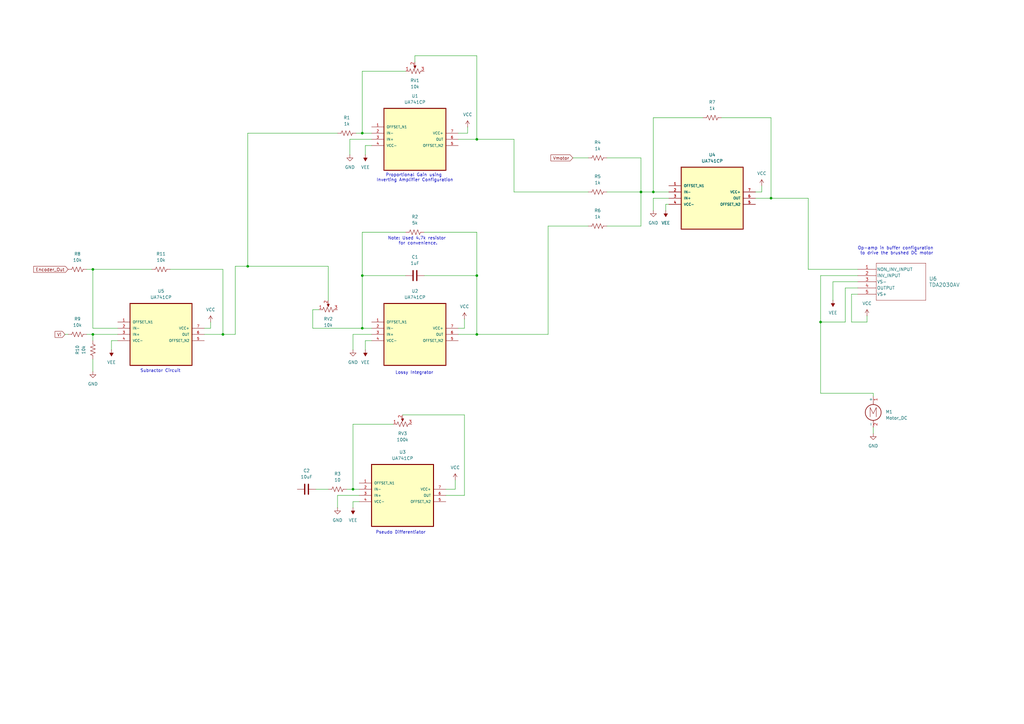
<source format=kicad_sch>
(kicad_sch (version 20231120) (generator "eeschema") (generator_version "8.0")
  (paper "A3")
  (lib_symbols
    (symbol "Device:C" (pin_numbers hide) (pin_names (offset 0.254))
      (property "Reference" "C" (at 0.635 2.54 0))
      (property "Value" "C" (at 0.635 -2.54 0))
      (symbol "C_0_1"
        (polyline (pts (xy -2.032 -0.762) (xy 2.032 -0.762)) (stroke (width 0.508)))
        (polyline (pts (xy -2.032 0.762) (xy 2.032 0.762)) (stroke (width 0.508)))
      )
      (symbol "C_1_1"
        (pin passive line (at 0 3.81 270) (length 2.794) (name "~") (number "1"))
        (pin passive line (at 0 -3.81 90) (length 2.794) (name "~") (number "2"))
      )
    )
    (symbol "Device:R_Potentiometer_US" (pin_names (offset 1.016) hide)
      (property "Reference" "RV" (at -4.445 0 90))
      (property "Value" "R_Potentiometer_US" (at -2.54 0 90))
      (symbol "R_Potentiometer_US_0_1"
        (polyline (pts (xy 0 -2.286) (xy 0 -2.54)))
        (polyline (pts (xy 0 2.54) (xy 0 2.286)))
        (polyline (pts (xy 2.54 0) (xy 1.524 0)))
        (polyline (pts (xy 1.143 0) (xy 2.286 0.508) (xy 2.286 -0.508) (xy 1.143 0)) (fill (type outline)))
        (polyline (pts (xy 0 -0.762) (xy 1.016 -1.143) (xy 0 -1.524) (xy -1.016 -1.905) (xy 0 -2.286)))
        (polyline (pts (xy 0 0.762) (xy 1.016 0.381) (xy 0 0) (xy -1.016 -0.381) (xy 0 -0.762)))
        (polyline (pts (xy 0 2.286) (xy 1.016 1.905) (xy 0 1.524) (xy -1.016 1.143) (xy 0 0.762)))
      )
      (symbol "R_Potentiometer_US_1_1"
        (pin passive line (at 0 3.81 270) (length 1.27) (name "1") (number "1"))
        (pin passive line (at 3.81 0 180) (length 1.27) (name "2") (number "2"))
        (pin passive line (at 0 -3.81 90) (length 1.27) (name "3") (number "3"))
      )
    )
    (symbol "Device:R_US" (pin_numbers hide) (pin_names (offset 0))
      (property "Reference" "R" (at 2.54 0 90))
      (property "Value" "R_US" (at -2.54 0 90))
      (symbol "R_US_0_1"
        (polyline (pts (xy 0 -2.286) (xy 0 -2.54)))
        (polyline (pts (xy 0 2.286) (xy 0 2.54)))
        (polyline (pts (xy 0 -0.762) (xy 1.016 -1.143) (xy 0 -1.524) (xy -1.016 -1.905) (xy 0 -2.286)))
        (polyline (pts (xy 0 0.762) (xy 1.016 0.381) (xy 0 0) (xy -1.016 -0.381) (xy 0 -0.762)))
        (polyline (pts (xy 0 2.286) (xy 1.016 1.905) (xy 0 1.524) (xy -1.016 1.143) (xy 0 0.762)))
      )
      (symbol "R_US_1_1"
        (pin passive line (at 0 3.81 270) (length 1.27) (name "~") (number "1"))
        (pin passive line (at 0 -3.81 90) (length 1.27) (name "~") (number "2"))
      )
    )
    (symbol "Motor:Motor_DC" (pin_names (offset 0))
      (property "Reference" "M" (at 2.54 2.54 0))
      (property "Value" "Motor_DC" (at 2.54 -5.08 0))
      (symbol "Motor_DC_0_0"
        (polyline (pts (xy -1.27 -3.302) (xy -1.27 0.508) (xy 0 -2.032) (xy 1.27 0.508) (xy 1.27 -3.302)))
      )
      (symbol "Motor_DC_0_1"
        (circle (center 0 -1.524) (radius 3.2512) (stroke (width 0.254)))
        (polyline (pts (xy 0 -7.62) (xy 0 -7.112)))
        (polyline (pts (xy 0 -4.7752) (xy 0 -5.1816)))
        (polyline (pts (xy 0 1.7272) (xy 0 2.0828)))
        (polyline (pts (xy 0 2.032) (xy 0 2.54)))
      )
      (symbol "Motor_DC_1_1"
        (pin passive line (at 0 5.08 270) (length 2.54) (name "+") (number "1"))
        (pin passive line (at 0 -7.62 90) (length 2.54) (name "-") (number "2"))
      )
    )
    (symbol "Snapeda:TDA2030AV" (pin_names (offset 0.254))
      (property "Reference" "U" (at 33.02 10.16 0))
      (property "Value" "TDA2030AV" (at 33.02 7.62 0))
      (symbol "TDA2030AV_0_1"
        (polyline (pts (xy 21.59 -10.16) (xy 41.91 -10.16)) (stroke (width 0.127)))
        (polyline (pts (xy 21.59 5.08) (xy 21.59 -10.16)) (stroke (width 0.127)))
        (polyline (pts (xy 41.91 5.08) (xy 21.59 5.08)) (stroke (width 0.127)))
        (polyline (pts (xy 41.91 5.08) (xy 41.91 -10.16)) (stroke (width 0.127)))
        (pin input line (at 49.53 2.54 180) (length 7.62) (name "NON_INV_INPUT") (number "1"))
        (pin input line (at 49.53 0 180) (length 7.62) (name "INV_INPUT") (number "2"))
        (pin power_in line (at 49.53 -2.54 180) (length 7.62) (name "VS-") (number "3"))
        (pin output line (at 49.53 -5.08 180) (length 7.62) (name "OUTPUT") (number "4"))
        (pin power_in line (at 49.53 -7.62 180) (length 7.62) (name "VS+") (number "5"))
      )
    )
    (symbol "Snapeda:UA741CP" (pin_names (offset 1.016))
      (property "Reference" "U" (at -12.7 13.7 0))
      (property "Value" "UA741CP" (at -12.7 -16.7 0))
      (symbol "UA741CP_0_0"
        (rectangle (start -12.7 -12.7) (end 12.7 12.7) (stroke (width 0.41)) (fill (type background)))
        (pin input line (at -17.78 5.08 0) (length 5.08) (name "OFFSET_N1") (number "1"))
        (pin input line (at -17.78 2.54 0) (length 5.08) (name "IN-") (number "2"))
        (pin input line (at -17.78 0 0) (length 5.08) (name "IN+") (number "3"))
        (pin power_in line (at -17.78 -2.54 0) (length 5.08) (name "VCC-") (number "4"))
        (pin input line (at 17.78 -2.54 180) (length 5.08) (name "OFFSET_N2") (number "5"))
        (pin output line (at 17.78 0 180) (length 5.08) (name "OUT") (number "6"))
        (pin power_in line (at 17.78 2.54 180) (length 5.08) (name "VCC+") (number "7"))
      )
    )
    (symbol "power:GND" (power) (pin_numbers hide) (pin_names (offset 0) hide)
      (property "Value" "GND" (at 0 -3.81 0))
      (symbol "GND_0_1"
        (polyline (pts (xy 0 0) (xy 0 -1.27) (xy 1.27 -1.27) (xy 0 -2.54) (xy -1.27 -1.27) (xy 0 -1.27)))
      )
      (symbol "GND_1_1"
        (pin power_in line (at 0 0 270) (length 0) (name "~") (number "1"))
      )
    )
    (symbol "power:VCC" (power) (pin_numbers hide) (pin_names (offset 0) hide)
      (property "Value" "VCC" (at 0 3.556 0))
      (symbol "VCC_0_1"
        (polyline (pts (xy -0.762 1.27) (xy 0 2.54)))
        (polyline (pts (xy 0 0) (xy 0 2.54)))
        (polyline (pts (xy 0 2.54) (xy 0.762 1.27)))
      )
      (symbol "VCC_1_1"
        (pin power_in line (at 0 0 90) (length 0) (name "~") (number "1"))
      )
    )
    (symbol "power:VEE" (power) (pin_numbers hide) (pin_names (offset 0) hide)
      (property "Value" "VEE" (at 0 3.556 0))
      (symbol "VEE_0_1"
        (polyline (pts (xy 0 0) (xy 0 2.54)))
        (polyline (pts (xy 0.762 1.27) (xy -0.762 1.27) (xy 0 2.54) (xy 0.762 1.27)) (fill (type outline)))
      )
      (symbol "VEE_1_1"
        (pin power_in line (at 0 0 90) (length 0) (name "~") (number "1"))
      )
    )
  )
  (junction (at 195.58 137.16))
  (junction (at 148.59 113.03))
  (junction (at 148.59 54.61))
  (junction (at 101.6 109.22))
  (junction (at 148.59 134.62))
  (junction (at 91.44 137.16))
  (junction (at 267.97 78.74))
  (junction (at 38.1 137.16))
  (junction (at 316.23 81.28))
  (junction (at 195.58 113.03))
  (junction (at 336.55 132.08))
  (junction (at 38.1 110.49))
  (junction (at 144.78 200.66))
  (junction (at 262.89 78.74))
  (junction (at 195.58 57.15))
  (wire (pts (xy 341.63 123.19) (xy 341.63 115.57)))
  (wire (pts (xy 210.82 78.74) (xy 210.82 57.15)))
  (wire (pts (xy 173.99 95.25) (xy 195.58 95.25)))
  (wire (pts (xy 35.56 110.49) (xy 38.1 110.49)))
  (wire (pts (xy 138.43 203.2) (xy 147.32 203.2)))
  (wire (pts (xy 187.96 57.15) (xy 195.58 57.15)))
  (wire (pts (xy 134.62 109.22) (xy 134.62 123.19)))
  (wire (pts (xy 358.14 162.56) (xy 358.14 161.29)))
  (wire (pts (xy 148.59 113.03) (xy 148.59 134.62)))
  (wire (pts (xy 224.79 92.71) (xy 224.79 137.16)))
  (wire (pts (xy 166.37 95.25) (xy 148.59 95.25)))
  (wire (pts (xy 130.81 127) (xy 128.27 127)))
  (wire (pts (xy 351.79 120.65) (xy 349.25 120.65)))
  (wire (pts (xy 331.47 81.28) (xy 316.23 81.28)))
  (wire (pts (xy 312.42 78.74) (xy 309.88 78.74)))
  (wire (pts (xy 138.43 203.2) (xy 138.43 208.28)))
  (wire (pts (xy 142.24 200.66) (xy 144.78 200.66)))
  (wire (pts (xy 288.29 48.26) (xy 267.97 48.26)))
  (wire (pts (xy 195.58 22.86) (xy 170.18 22.86)))
  (wire (pts (xy 336.55 132.08) (xy 336.55 161.29)))
  (wire (pts (xy 346.71 132.08) (xy 346.71 118.11)))
  (wire (pts (xy 91.44 137.16) (xy 96.52 137.16)))
  (wire (pts (xy 45.72 143.51) (xy 45.72 139.7)))
  (wire (pts (xy 195.58 137.16) (xy 187.96 137.16)))
  (wire (pts (xy 241.3 92.71) (xy 224.79 92.71)))
  (wire (pts (xy 274.32 83.82) (xy 273.05 83.82)))
  (wire (pts (xy 38.1 134.62) (xy 48.26 134.62)))
  (wire (pts (xy 234.95 64.77) (xy 241.3 64.77)))
  (wire (pts (xy 195.58 22.86) (xy 195.58 57.15)))
  (wire (pts (xy 69.85 110.49) (xy 91.44 110.49)))
  (wire (pts (xy 248.92 78.74) (xy 262.89 78.74)))
  (wire (pts (xy 267.97 48.26) (xy 267.97 78.74)))
  (wire (pts (xy 170.18 22.86) (xy 170.18 25.4)))
  (wire (pts (xy 86.36 134.62) (xy 86.36 132.08)))
  (wire (pts (xy 195.58 137.16) (xy 224.79 137.16)))
  (wire (pts (xy 262.89 78.74) (xy 267.97 78.74)))
  (wire (pts (xy 148.59 54.61) (xy 152.4 54.61)))
  (wire (pts (xy 146.05 54.61) (xy 148.59 54.61)))
  (wire (pts (xy 38.1 110.49) (xy 38.1 134.62)))
  (wire (pts (xy 128.27 127) (xy 128.27 134.62)))
  (wire (pts (xy 129.54 200.66) (xy 134.62 200.66)))
  (wire (pts (xy 182.88 203.2) (xy 190.5 203.2)))
  (wire (pts (xy 210.82 57.15) (xy 195.58 57.15)))
  (wire (pts (xy 248.92 64.77) (xy 262.89 64.77)))
  (wire (pts (xy 149.86 59.69) (xy 152.4 59.69)))
  (wire (pts (xy 148.59 134.62) (xy 152.4 134.62)))
  (wire (pts (xy 38.1 137.16) (xy 48.26 137.16)))
  (wire (pts (xy 35.56 137.16) (xy 38.1 137.16)))
  (wire (pts (xy 191.77 52.07) (xy 191.77 54.61)))
  (wire (pts (xy 144.78 208.28) (xy 144.78 205.74)))
  (wire (pts (xy 248.92 92.71) (xy 262.89 92.71)))
  (wire (pts (xy 267.97 81.28) (xy 267.97 86.36)))
  (wire (pts (xy 91.44 137.16) (xy 91.44 110.49)))
  (wire (pts (xy 26.67 137.16) (xy 27.94 137.16)))
  (wire (pts (xy 336.55 161.29) (xy 358.14 161.29)))
  (wire (pts (xy 148.59 95.25) (xy 148.59 113.03)))
  (wire (pts (xy 195.58 113.03) (xy 195.58 137.16)))
  (wire (pts (xy 101.6 54.61) (xy 138.43 54.61)))
  (wire (pts (xy 144.78 205.74) (xy 147.32 205.74)))
  (wire (pts (xy 186.69 200.66) (xy 186.69 196.85)))
  (wire (pts (xy 351.79 110.49) (xy 331.47 110.49)))
  (wire (pts (xy 210.82 78.74) (xy 241.3 78.74)))
  (wire (pts (xy 316.23 81.28) (xy 309.88 81.28)))
  (wire (pts (xy 273.05 83.82) (xy 273.05 86.36)))
  (wire (pts (xy 83.82 134.62) (xy 86.36 134.62)))
  (wire (pts (xy 101.6 109.22) (xy 96.52 109.22)))
  (wire (pts (xy 274.32 81.28) (xy 267.97 81.28)))
  (wire (pts (xy 165.1 170.18) (xy 190.5 170.18)))
  (wire (pts (xy 128.27 134.62) (xy 148.59 134.62)))
  (wire (pts (xy 190.5 134.62) (xy 190.5 130.81)))
  (wire (pts (xy 148.59 29.21) (xy 148.59 54.61)))
  (wire (pts (xy 45.72 139.7) (xy 48.26 139.7)))
  (wire (pts (xy 346.71 118.11) (xy 351.79 118.11)))
  (wire (pts (xy 38.1 147.32) (xy 38.1 152.4)))
  (wire (pts (xy 173.99 113.03) (xy 195.58 113.03)))
  (wire (pts (xy 336.55 132.08) (xy 346.71 132.08)))
  (wire (pts (xy 143.51 63.5) (xy 143.51 57.15)))
  (wire (pts (xy 331.47 110.49) (xy 331.47 81.28)))
  (wire (pts (xy 149.86 139.7) (xy 152.4 139.7)))
  (wire (pts (xy 191.77 54.61) (xy 187.96 54.61)))
  (wire (pts (xy 144.78 173.99) (xy 144.78 200.66)))
  (wire (pts (xy 166.37 113.03) (xy 148.59 113.03)))
  (wire (pts (xy 182.88 200.66) (xy 186.69 200.66)))
  (wire (pts (xy 336.55 113.03) (xy 336.55 132.08)))
  (wire (pts (xy 38.1 110.49) (xy 62.23 110.49)))
  (wire (pts (xy 149.86 63.5) (xy 149.86 59.69)))
  (wire (pts (xy 96.52 137.16) (xy 96.52 109.22)))
  (wire (pts (xy 262.89 92.71) (xy 262.89 78.74)))
  (wire (pts (xy 295.91 48.26) (xy 316.23 48.26)))
  (wire (pts (xy 358.14 175.26) (xy 358.14 177.8)))
  (wire (pts (xy 38.1 137.16) (xy 38.1 139.7)))
  (wire (pts (xy 187.96 134.62) (xy 190.5 134.62)))
  (wire (pts (xy 143.51 57.15) (xy 152.4 57.15)))
  (wire (pts (xy 351.79 113.03) (xy 336.55 113.03)))
  (wire (pts (xy 355.6 132.08) (xy 355.6 129.54)))
  (wire (pts (xy 149.86 143.51) (xy 149.86 139.7)))
  (wire (pts (xy 144.78 137.16) (xy 152.4 137.16)))
  (wire (pts (xy 101.6 109.22) (xy 134.62 109.22)))
  (wire (pts (xy 267.97 78.74) (xy 274.32 78.74)))
  (wire (pts (xy 316.23 48.26) (xy 316.23 81.28)))
  (wire (pts (xy 262.89 64.77) (xy 262.89 78.74)))
  (wire (pts (xy 341.63 115.57) (xy 351.79 115.57)))
  (wire (pts (xy 195.58 95.25) (xy 195.58 113.03)))
  (wire (pts (xy 349.25 132.08) (xy 355.6 132.08)))
  (wire (pts (xy 101.6 109.22) (xy 101.6 54.61)))
  (wire (pts (xy 349.25 120.65) (xy 349.25 132.08)))
  (wire (pts (xy 190.5 170.18) (xy 190.5 203.2)))
  (wire (pts (xy 144.78 200.66) (xy 147.32 200.66)))
  (wire (pts (xy 83.82 137.16) (xy 91.44 137.16)))
  (wire (pts (xy 161.29 173.99) (xy 144.78 173.99)))
  (wire (pts (xy 312.42 76.2) (xy 312.42 78.74)))
  (wire (pts (xy 166.37 29.21) (xy 148.59 29.21)))
  (wire (pts (xy 144.78 137.16) (xy 144.78 143.51)))
  (text "Lossy Integrator\n" (at 169.926 152.908 0) (effects (font (size 1.27 1.27))))
  (text "Proportional Gain using \nInverting Amplifier Configuration" (at 170.18 72.898 0) (effects (font (size 1.27 1.27))))
  (text "Subractor Circuit" (at 65.786 152.146 0) (effects (font (size 1.27 1.27))))
  (text "Note: Used 4.7k resistor \nfor convenience." (at 171.45 98.806 0) (effects (font (size 1.27 1.27))))
  (text "Pseudo Differentiator\n" (at 164.338 218.44 0) (effects (font (size 1.27 1.27))))
  (text "Op-amp in buffer configuration \nto drive the brushed DC motor" (at 367.792 102.87 0) (effects (font (size 1.27 1.27))))
  (global_label "Vi" (shape input) (at 26.67 137.16 180) (property "Intersheetrefs" "${INTERSHEET_REFS}" (effects (hide yes))))
  (global_label "Vmotor" (shape input) (at 234.95 64.77 180) (property "Intersheetrefs" "${INTERSHEET_REFS}" (effects (hide yes))))
  (global_label "Encoder_Out" (shape input) (at 27.94 110.49 180) (property "Intersheetrefs" "${INTERSHEET_REFS}" (effects (hide yes))))
  (symbol (lib_id "Device:R_US") (at 292.1 48.26 90) (unit 1)
    (property "Reference" "R7" (at 292.1 41.91 90))
    (property "Value" "1k" (at 292.1 44.45 90))
    (property "Description" "Resistor, US symbol" (effects (hide yes)))
  )
  (symbol (lib_id "Device:R_US") (at 142.24 54.61 90) (unit 1)
    (property "Reference" "R1" (at 142.24 48.26 90))
    (property "Value" "1k" (at 142.24 50.8 90))
    (property "Description" "Resistor, US symbol" (effects (hide yes)))
  )
  (symbol (lib_id "Device:R_Potentiometer_US") (at 134.62 127 90) (unit 1)
    (property "Reference" "RV2" (at 134.62 130.81 90))
    (property "Value" "10k" (at 134.62 133.35 90))
    (property "Description" "Potentiometer, US symbol" (effects (hide yes)))
  )
  (symbol (lib_id "Snapeda:UA741CP") (at 170.18 137.16 0) (unit 1)
    (property "Reference" "U2" (at 170.18 119.38 0))
    (property "Value" "UA741CP" (at 170.18 121.92 0))
    (property "Footprint" "Snapeda:UA741CP_DIP794W45P254L959H508Q8" (effects (hide yes)))
  )
  (symbol (lib_id "power:VEE") (at 341.63 123.19 0) (mirror x) (unit 1)
    (property "Reference" "#PWR013" (effects (hide yes)))
    (property "Value" "VEE" (at 341.63 128.27 0))
    (property "Description" "Power symbol creates a global label with name \"VEE\"" (effects (hide yes)))
  )
  (symbol (lib_id "power:GND") (at 38.1 152.4 0) (unit 1)
    (property "Reference" "#PWR015" (effects (hide yes)))
    (property "Value" "GND" (at 38.1 157.48 0))
    (property "Description" "Power symbol creates a global label with name \"GND\" , ground" (effects (hide yes)))
  )
  (symbol (lib_id "power:VCC") (at 355.6 129.54 0) (unit 1)
    (property "Reference" "#PWR014" (effects (hide yes)))
    (property "Value" "VCC" (at 355.6 124.46 0))
    (property "Description" "Power symbol creates a global label with name \"VCC\"" (effects (hide yes)))
  )
  (symbol (lib_id "Device:C") (at 125.73 200.66 90) (unit 1)
    (property "Reference" "C2" (at 125.73 193.04 90))
    (property "Value" "10uF" (at 125.73 195.58 90))
    (property "Description" "Unpolarized capacitor" (effects (hide yes)))
  )
  (symbol (lib_id "Motor:Motor_DC") (at 358.14 167.64 0) (unit 1)
    (property "Reference" "M1" (at 363.22 168.9099 0) (effects (justify left)))
    (property "Value" "Motor_DC" (at 363.22 171.4499 0) (effects (justify left)))
    (property "Description" "DC Motor" (effects (hide yes)))
  )
  (symbol (lib_id "power:GND") (at 358.14 177.8 0) (unit 1)
    (property "Reference" "#PWR018" (effects (hide yes)))
    (property "Value" "GND" (at 358.14 182.88 0))
    (property "Description" "Power symbol creates a global label with name \"GND\" , ground" (effects (hide yes)))
  )
  (symbol (lib_id "Device:R_Potentiometer_US") (at 165.1 173.99 90) (unit 1)
    (property "Reference" "RV3" (at 165.1 177.8 90))
    (property "Value" "100k" (at 165.1 180.34 90))
    (property "Description" "Potentiometer, US symbol" (effects (hide yes)))
  )
  (symbol (lib_id "Device:R_US") (at 245.11 78.74 90) (unit 1)
    (property "Reference" "R5" (at 245.11 72.39 90))
    (property "Value" "1k" (at 245.11 74.93 90))
    (property "Description" "Resistor, US symbol" (effects (hide yes)))
  )
  (symbol (lib_id "Device:R_US") (at 31.75 137.16 90) (unit 1)
    (property "Reference" "R9" (at 31.75 130.81 90))
    (property "Value" "10k" (at 31.75 133.35 90))
    (property "Description" "Resistor, US symbol" (effects (hide yes)))
  )
  (symbol (lib_id "Device:R_US") (at 31.75 110.49 90) (unit 1)
    (property "Reference" "R8" (at 31.75 104.14 90))
    (property "Value" "10k" (at 31.75 106.68 90))
    (property "Description" "Resistor, US symbol" (effects (hide yes)))
  )
  (symbol (lib_id "power:GND") (at 138.43 208.28 0) (unit 1)
    (property "Reference" "#PWR07" (effects (hide yes)))
    (property "Value" "GND" (at 138.43 213.36 0))
    (property "Description" "Power symbol creates a global label with name \"GND\" , ground" (effects (hide yes)))
  )
  (symbol (lib_id "power:VEE") (at 149.86 143.51 0) (mirror x) (unit 1)
    (property "Reference" "#PWR04" (effects (hide yes)))
    (property "Value" "VEE" (at 149.86 148.59 0))
    (property "Description" "Power symbol creates a global label with name \"VEE\"" (effects (hide yes)))
  )
  (symbol (lib_id "power:VCC") (at 190.5 130.81 0) (unit 1)
    (property "Reference" "#PWR05" (effects (hide yes)))
    (property "Value" "VCC" (at 190.5 125.73 0))
    (property "Description" "Power symbol creates a global label with name \"VCC\"" (effects (hide yes)))
  )
  (symbol (lib_id "power:VEE") (at 273.05 86.36 0) (mirror x) (unit 1)
    (property "Reference" "#PWR010" (effects (hide yes)))
    (property "Value" "VEE" (at 273.05 91.44 0))
    (property "Description" "Power symbol creates a global label with name \"VEE\"" (effects (hide yes)))
  )
  (symbol (lib_id "power:VCC") (at 312.42 76.2 0) (unit 1)
    (property "Reference" "#PWR012" (effects (hide yes)))
    (property "Value" "VCC" (at 312.42 71.12 0))
    (property "Description" "Power symbol creates a global label with name \"VCC\"" (effects (hide yes)))
  )
  (symbol (lib_id "Snapeda:UA741CP") (at 66.04 137.16 0) (unit 1)
    (property "Reference" "U5" (at 66.04 119.38 0))
    (property "Value" "UA741CP" (at 66.04 121.92 0))
    (property "Footprint" "Snapeda:UA741CP_DIP794W45P254L959H508Q8" (effects (hide yes)))
  )
  (symbol (lib_id "power:VCC") (at 86.36 132.08 0) (unit 1)
    (property "Reference" "#PWR017" (effects (hide yes)))
    (property "Value" "VCC" (at 86.36 127 0))
    (property "Description" "Power symbol creates a global label with name \"VCC\"" (effects (hide yes)))
  )
  (symbol (lib_id "power:VCC") (at 191.77 52.07 0) (unit 1)
    (property "Reference" "#PWR02" (effects (hide yes)))
    (property "Value" "VCC" (at 191.77 46.99 0))
    (property "Description" "Power symbol creates a global label with name \"VCC\"" (effects (hide yes)))
  )
  (symbol (lib_id "power:GND") (at 267.97 86.36 0) (unit 1)
    (property "Reference" "#PWR011" (effects (hide yes)))
    (property "Value" "GND" (at 267.97 91.44 0))
    (property "Description" "Power symbol creates a global label with name \"GND\" , ground" (effects (hide yes)))
  )
  (symbol (lib_id "Device:R_US") (at 66.04 110.49 90) (unit 1)
    (property "Reference" "R11" (at 66.04 104.14 90))
    (property "Value" "10k" (at 66.04 106.68 90))
    (property "Description" "Resistor, US symbol" (effects (hide yes)))
  )
  (symbol (lib_id "power:VEE") (at 45.72 143.51 0) (mirror x) (unit 1)
    (property "Reference" "#PWR016" (effects (hide yes)))
    (property "Value" "VEE" (at 45.72 148.59 0))
    (property "Description" "Power symbol creates a global label with name \"VEE\"" (effects (hide yes)))
  )
  (symbol (lib_id "Device:R_US") (at 138.43 200.66 90) (unit 1)
    (property "Reference" "R3" (at 138.43 194.31 90))
    (property "Value" "10" (at 138.43 196.85 90))
    (property "Description" "Resistor, US symbol" (effects (hide yes)))
  )
  (symbol (lib_id "Device:R_US") (at 245.11 64.77 90) (unit 1)
    (property "Reference" "R4" (at 245.11 58.42 90))
    (property "Value" "1k" (at 245.11 60.96 90))
    (property "Description" "Resistor, US symbol" (effects (hide yes)))
  )
  (symbol (lib_id "power:VCC") (at 186.69 196.85 0) (unit 1)
    (property "Reference" "#PWR09" (effects (hide yes)))
    (property "Value" "VCC" (at 186.69 191.77 0))
    (property "Description" "Power symbol creates a global label with name \"VCC\"" (effects (hide yes)))
  )
  (symbol (lib_id "Snapeda:UA741CP") (at 292.1 81.28 0) (unit 1)
    (property "Reference" "U4" (at 292.1 63.5 0))
    (property "Value" "UA741CP" (at 292.1 66.04 0))
    (property "Footprint" "Snapeda:UA741CP_DIP794W45P254L959H508Q8" (effects (hide yes)))
  )
  (symbol (lib_id "power:VEE") (at 144.78 208.28 0) (mirror x) (unit 1)
    (property "Reference" "#PWR08" (effects (hide yes)))
    (property "Value" "VEE" (at 144.78 213.36 0))
    (property "Description" "Power symbol creates a global label with name \"VEE\"" (effects (hide yes)))
  )
  (symbol (lib_id "Device:R_US") (at 170.18 95.25 90) (unit 1)
    (property "Reference" "R2" (at 170.18 88.9 90))
    (property "Value" "5k" (at 170.18 91.44 90))
    (property "Description" "Resistor, US symbol" (effects (hide yes)))
  )
  (symbol (lib_id "power:GND") (at 144.78 143.51 0) (unit 1)
    (property "Reference" "#PWR06" (effects (hide yes)))
    (property "Value" "GND" (at 144.78 148.59 0))
    (property "Description" "Power symbol creates a global label with name \"GND\" , ground" (effects (hide yes)))
  )
  (symbol (lib_id "Device:R_US") (at 245.11 92.71 90) (unit 1)
    (property "Reference" "R6" (at 245.11 86.36 90))
    (property "Value" "1k" (at 245.11 88.9 90))
    (property "Description" "Resistor, US symbol" (effects (hide yes)))
  )
  (symbol (lib_id "Snapeda:TDA2030AV") (at 401.32 113.03 0) (mirror y) (unit 1)
    (property "Reference" "U6" (at 381 114.2999 0) (effects (font (size 1.524 1.524)) (justify right)))
    (property "Value" "TDA2030AV" (at 381 116.8399 0) (effects (font (size 1.524 1.524)) (justify right)))
    (property "Footprint" "Snapeda:Pentawatt_V_STM" (effects (hide yes)))
    (property "Datasheet" "TDA2030AV" (effects (hide yes)))
  )
  (symbol (lib_id "power:GND") (at 143.51 63.5 0) (unit 1)
    (property "Reference" "#PWR01" (effects (hide yes)))
    (property "Value" "GND" (at 143.51 68.58 0))
    (property "Description" "Power symbol creates a global label with name \"GND\" , ground" (effects (hide yes)))
  )
  (symbol (lib_id "Device:C") (at 170.18 113.03 90) (unit 1)
    (property "Reference" "C1" (at 170.18 105.41 90))
    (property "Value" "1uF" (at 170.18 107.95 90))
    (property "Description" "Unpolarized capacitor" (effects (hide yes)))
  )
  (symbol (lib_id "Snapeda:UA741CP") (at 165.1 203.2 0) (unit 1)
    (property "Reference" "U3" (at 165.1 185.42 0))
    (property "Value" "UA741CP" (at 165.1 187.96 0))
    (property "Footprint" "Snapeda:UA741CP_DIP794W45P254L959H508Q8" (effects (hide yes)))
  )
  (symbol (lib_id "Snapeda:UA741CP") (at 170.18 57.15 0) (unit 1)
    (property "Reference" "U1" (at 170.18 39.37 0))
    (property "Value" "UA741CP" (at 170.18 41.91 0))
    (property "Footprint" "Snapeda:UA741CP_DIP794W45P254L959H508Q8" (effects (hide yes)))
  )
  (symbol (lib_id "power:VEE") (at 149.86 63.5 0) (mirror x) (unit 1)
    (property "Reference" "#PWR03" (effects (hide yes)))
    (property "Value" "VEE" (at 149.86 68.58 0))
    (property "Description" "Power symbol creates a global label with name \"VEE\"" (effects (hide yes)))
  )
  (symbol (lib_id "Device:R_Potentiometer_US") (at 170.18 29.21 90) (unit 1)
    (property "Reference" "RV1" (at 170.18 33.02 90))
    (property "Value" "10k" (at 170.18 35.56 90))
    (property "Description" "Potentiometer, US symbol" (effects (hide yes)))
  )
  (symbol (lib_id "Device:R_US") (at 38.1 143.51 180) (unit 1)
    (property "Reference" "R10" (at 31.75 143.51 90))
    (property "Value" "10k" (at 34.29 143.51 90))
    (property "Description" "Resistor, US symbol" (effects (hide yes)))
  )
)
</source>
